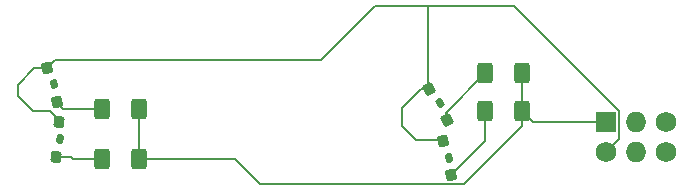
<source format=gbl>
%TF.GenerationSoftware,KiCad,Pcbnew,7.0.8*%
%TF.CreationDate,2024-05-12T07:31:27-04:00*%
%TF.ProjectId,Caddy_SAO,43616464-795f-4534-914f-2e6b69636164,rev?*%
%TF.SameCoordinates,Original*%
%TF.FileFunction,Copper,L2,Bot*%
%TF.FilePolarity,Positive*%
%FSLAX46Y46*%
G04 Gerber Fmt 4.6, Leading zero omitted, Abs format (unit mm)*
G04 Created by KiCad (PCBNEW 7.0.8) date 2024-05-12 07:31:27*
%MOMM*%
%LPD*%
G01*
G04 APERTURE LIST*
G04 Aperture macros list*
%AMRoundRect*
0 Rectangle with rounded corners*
0 $1 Rounding radius*
0 $2 $3 $4 $5 $6 $7 $8 $9 X,Y pos of 4 corners*
0 Add a 4 corners polygon primitive as box body*
4,1,4,$2,$3,$4,$5,$6,$7,$8,$9,$2,$3,0*
0 Add four circle primitives for the rounded corners*
1,1,$1+$1,$2,$3*
1,1,$1+$1,$4,$5*
1,1,$1+$1,$6,$7*
1,1,$1+$1,$8,$9*
0 Add four rect primitives between the rounded corners*
20,1,$1+$1,$2,$3,$4,$5,0*
20,1,$1+$1,$4,$5,$6,$7,0*
20,1,$1+$1,$6,$7,$8,$9,0*
20,1,$1+$1,$8,$9,$2,$3,0*%
G04 Aperture macros list end*
%TA.AperFunction,ComponentPad*%
%ADD10R,1.727200X1.727200*%
%TD*%
%TA.AperFunction,ComponentPad*%
%ADD11C,1.727200*%
%TD*%
%TA.AperFunction,ComponentPad*%
%ADD12O,1.727200X1.727200*%
%TD*%
%TA.AperFunction,SMDPad,CuDef*%
%ADD13RoundRect,0.225000X0.157372X0.318566X-0.281095X0.217338X-0.157372X-0.318566X0.281095X-0.217338X0*%
%TD*%
%TA.AperFunction,SMDPad,CuDef*%
%ADD14RoundRect,0.150000X0.089918X0.277335X-0.202393X0.209850X-0.089918X-0.277335X0.202393X-0.209850X0*%
%TD*%
%TA.AperFunction,SMDPad,CuDef*%
%ADD15RoundRect,0.225000X0.057356X0.350657X-0.332356X0.125657X-0.057356X-0.350657X0.332356X-0.125657X0*%
%TD*%
%TA.AperFunction,SMDPad,CuDef*%
%ADD16RoundRect,0.150000X0.004904X0.291506X-0.254904X0.141506X-0.004904X-0.291506X0.254904X-0.141506X0*%
%TD*%
%TA.AperFunction,SMDPad,CuDef*%
%ADD17RoundRect,0.225000X0.248112X0.254343X-0.200176X0.293564X-0.248112X-0.254343X0.200176X-0.293564X0*%
%TD*%
%TA.AperFunction,SMDPad,CuDef*%
%ADD18RoundRect,0.150000X0.171218X0.235975X-0.127640X0.262122X-0.171218X-0.235975X0.127640X-0.262122X0*%
%TD*%
%TA.AperFunction,SMDPad,CuDef*%
%ADD19RoundRect,0.225000X0.146158X0.323864X-0.288509X0.207395X-0.146158X-0.323864X0.288509X-0.207395X0*%
%TD*%
%TA.AperFunction,SMDPad,CuDef*%
%ADD20RoundRect,0.150000X0.080184X0.280304X-0.209594X0.202659X-0.080184X-0.280304X0.209594X-0.202659X0*%
%TD*%
%TA.AperFunction,SMDPad,CuDef*%
%ADD21RoundRect,0.250000X-0.400000X-0.625000X0.400000X-0.625000X0.400000X0.625000X-0.400000X0.625000X0*%
%TD*%
%TA.AperFunction,Conductor*%
%ADD22C,0.200000*%
%TD*%
G04 APERTURE END LIST*
D10*
X223600000Y-148260000D03*
D11*
X223600000Y-150800000D03*
D12*
X226140000Y-148260000D03*
X226140000Y-150800000D03*
D11*
X228680000Y-148260000D03*
X228680000Y-150800000D03*
D13*
X209787670Y-149867178D03*
X210462523Y-152790288D03*
D14*
X210319971Y-151283743D03*
D15*
X208601619Y-145501924D03*
X210101619Y-148100000D03*
D16*
X209524824Y-146700962D03*
D17*
X177261467Y-148236415D03*
X177000000Y-151225000D03*
D18*
X177329973Y-149748139D03*
D19*
X176298543Y-143702222D03*
X177075000Y-146600000D03*
D20*
X176879957Y-145099347D03*
D21*
X213360000Y-147320000D03*
X216460000Y-147320000D03*
X213375000Y-144125000D03*
X216475000Y-144125000D03*
X180925000Y-147150000D03*
X184025000Y-147150000D03*
X180950000Y-151450000D03*
X184050000Y-151450000D03*
D22*
X184025000Y-151425000D02*
X184050000Y-151450000D01*
X223600000Y-148260000D02*
X217400000Y-148260000D01*
X184050000Y-151450000D02*
X192175000Y-151450000D01*
X216460000Y-148640803D02*
X211550463Y-153550340D01*
X211550463Y-153550340D02*
X194275340Y-153550340D01*
X192175000Y-151450000D02*
X194275340Y-153550340D01*
X217400000Y-148260000D02*
X216460000Y-147320000D01*
X184025000Y-147150000D02*
X184025000Y-151425000D01*
X216475000Y-147305000D02*
X216460000Y-147320000D01*
X216460000Y-147320000D02*
X216460000Y-148640803D01*
X216475000Y-144125000D02*
X216475000Y-147305000D01*
X209741969Y-149821477D02*
X207498655Y-149821477D01*
X207498655Y-149821477D02*
X206325000Y-148647822D01*
X208500000Y-138424000D02*
X212050000Y-138424000D01*
X206325000Y-147126275D02*
X207949351Y-145501924D01*
X173775000Y-145113366D02*
X175186144Y-143702222D01*
X224663600Y-149736400D02*
X223600000Y-150800000D01*
X175087116Y-147354578D02*
X173775000Y-146042462D01*
X224663600Y-147313556D02*
X224663600Y-149736400D01*
X177261467Y-148236415D02*
X177261467Y-148095756D01*
X199425651Y-143050085D02*
X204051736Y-138424000D01*
X204051736Y-138424000D02*
X208500000Y-138424000D01*
X207949351Y-145501924D02*
X208500000Y-145501924D01*
X176298543Y-143702222D02*
X176950680Y-143050085D01*
X215774044Y-138424000D02*
X224663600Y-147313556D01*
X173775000Y-146042462D02*
X173775000Y-145113366D01*
X206325000Y-148647822D02*
X206325000Y-147126275D01*
X209787670Y-149867178D02*
X209741969Y-149821477D01*
X176520289Y-147354578D02*
X175087116Y-147354578D01*
X176950680Y-143050085D02*
X199425651Y-143050085D01*
X208500000Y-145501924D02*
X208500000Y-138424000D01*
X177261467Y-148095756D02*
X176520289Y-147354578D01*
X212050000Y-138424000D02*
X215774044Y-138424000D01*
X175186144Y-143702222D02*
X176298543Y-143702222D01*
X213360000Y-147320000D02*
X213360000Y-149892811D01*
X213360000Y-149892811D02*
X210462523Y-152790288D01*
X180825000Y-151450000D02*
X178494390Y-151450000D01*
X178269390Y-151225000D02*
X177000000Y-151225000D01*
X178494390Y-151450000D02*
X178269390Y-151225000D01*
X180925000Y-147150000D02*
X177625000Y-147150000D01*
X177625000Y-147150000D02*
X177075000Y-146600000D01*
X213375000Y-144125000D02*
X210000000Y-147500000D01*
X210000000Y-147500000D02*
X210000000Y-148100000D01*
M02*

</source>
